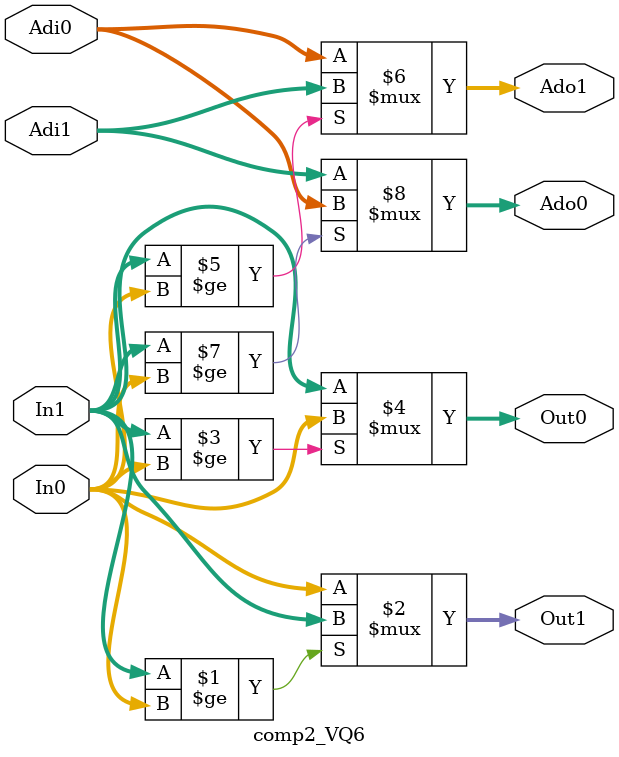
<source format=v>

module comp2_VQ6(In1,In0,
				 Out1,Out0,
				 Adi1,Adi0,
				 Ado1,Ado0);

//-------------------------
// In0: input binary code;
// In1: input binary code;
// Out1 is the max value;
// Out0 is the min value;
//-------------------------

input signed [7:0] In0,In1; // Input data
input  [2:0] Adi0,Adi1; //Element Input address
output signed [7:0] Out0,Out1; // Ouput data
output [2:0] Ado0,Ado1; //Ouptut address

assign Out1= (In1>=In0) ? In1:In0;
assign Out0= (In1>=In0) ? In0:In1;
assign Ado1= (In1>=In0) ? Adi1:Adi0;
assign Ado0= (In1>=In0) ? Adi0:Adi1;

endmodule
</source>
